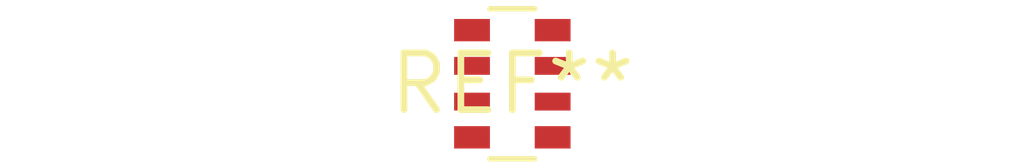
<source format=kicad_pcb>
(kicad_pcb (version 20240108) (generator pcbnew)
  (layers (0 "F.Cu" signal) (31 "B.Cu" signal) (34 "B.Paste" user) (35 "F.Paste" user) (36 "B.SilkS" user "B.Silkscreen") (37 "F.SilkS" user "F.Silkscreen") (38 "B.Mask" user) (39 "F.Mask" user) (44 "Edge.Cuts" user))
  (net 0 "")
  (footprint "R_Array_Convex_4x0603" (layer "F.Cu") (at 0 0)
    (property "Reference" "REF**")
    (property "Value" "R_Array_Convex_4x0603")
    (fp_line (start 0.5 -1.68) (end -0.5 -1.68) (layer "F.SilkS") (stroke (width 0.12)))
    (fp_line (start 0.5 1.68) (end -0.5 1.68) (layer "F.SilkS") (stroke (width 0.12)))
    (pad "1" smd rect (at -0.9 -1.2) (size 0.8 0.5) (layers "F.Cu" "F.Paste" "F.Mask"))
    (pad "2" smd rect (at -0.9 -0.4) (size 0.8 0.4) (layers "F.Cu" "F.Paste" "F.Mask"))
    (pad "3" smd rect (at -0.9 0.4) (size 0.8 0.4) (layers "F.Cu" "F.Paste" "F.Mask"))
    (pad "4" smd rect (at -0.9 1.2) (size 0.8 0.5) (layers "F.Cu" "F.Paste" "F.Mask"))
    (pad "5" smd rect (at 0.9 1.2) (size 0.8 0.5) (layers "F.Cu" "F.Paste" "F.Mask"))
    (pad "6" smd rect (at 0.9 0.4) (size 0.8 0.4) (layers "F.Cu" "F.Paste" "F.Mask"))
    (pad "7" smd rect (at 0.9 -0.4) (size 0.8 0.4) (layers "F.Cu" "F.Paste" "F.Mask"))
    (pad "8" smd rect (at 0.9 -1.2) (size 0.8 0.5) (layers "F.Cu" "F.Paste" "F.Mask"))
  )
)
</source>
